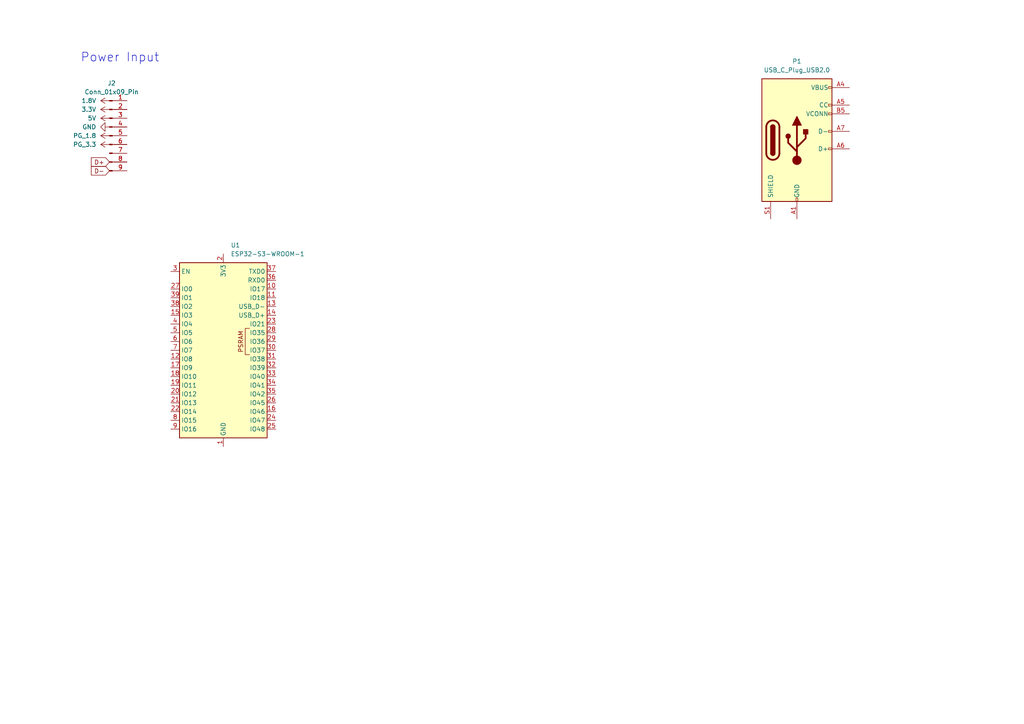
<source format=kicad_sch>
(kicad_sch (version 20250114) (generator "eeschema") (generator_version "9.0")
  (paper "A4")
  (lib_symbols
    (symbol "Connector:Conn_01x09_Pin" (pin_names (offset 1.016) (hide yes))
      (property "Reference" "J" (at 0 12.7 0))
      (property "Value" "Conn_01x09_Pin" (at 0 -12.7 0))
      (symbol "Conn_01x09_Pin_1_1"
        (rectangle (start 0.8636 10.287) (end 0 10.033) (stroke (width 0.1524)) (fill (type outline)))
        (rectangle (start 0.8636 7.747) (end 0 7.493) (stroke (width 0.1524)) (fill (type outline)))
        (rectangle (start 0.8636 5.207) (end 0 4.953) (stroke (width 0.1524)) (fill (type outline)))
        (rectangle (start 0.8636 2.667) (end 0 2.413) (stroke (width 0.1524)) (fill (type outline)))
        (rectangle (start 0.8636 0.127) (end 0 -0.127) (stroke (width 0.1524)) (fill (type outline)))
        (rectangle (start 0.8636 -2.413) (end 0 -2.667) (stroke (width 0.1524)) (fill (type outline)))
        (rectangle (start 0.8636 -4.953) (end 0 -5.207) (stroke (width 0.1524)) (fill (type outline)))
        (rectangle (start 0.8636 -7.493) (end 0 -7.747) (stroke (width 0.1524)) (fill (type outline)))
        (rectangle (start 0.8636 -10.033) (end 0 -10.287) (stroke (width 0.1524)) (fill (type outline)))
        (polyline (pts (xy 1.27 10.16) (xy 0.8636 10.16)) (stroke (width 0.1524)))
        (polyline (pts (xy 1.27 7.62) (xy 0.8636 7.62)) (stroke (width 0.1524)))
        (polyline (pts (xy 1.27 5.08) (xy 0.8636 5.08)) (stroke (width 0.1524)))
        (polyline (pts (xy 1.27 2.54) (xy 0.8636 2.54)) (stroke (width 0.1524)))
        (polyline (pts (xy 1.27 0) (xy 0.8636 0)) (stroke (width 0.1524)))
        (polyline (pts (xy 1.27 -2.54) (xy 0.8636 -2.54)) (stroke (width 0.1524)))
        (polyline (pts (xy 1.27 -5.08) (xy 0.8636 -5.08)) (stroke (width 0.1524)))
        (polyline (pts (xy 1.27 -7.62) (xy 0.8636 -7.62)) (stroke (width 0.1524)))
        (polyline (pts (xy 1.27 -10.16) (xy 0.8636 -10.16)) (stroke (width 0.1524)))
        (pin passive line (at 5.08 10.16 180) (length 3.81) (name "Pin_1") (number "1"))
        (pin passive line (at 5.08 7.62 180) (length 3.81) (name "Pin_2") (number "2"))
        (pin passive line (at 5.08 5.08 180) (length 3.81) (name "Pin_3") (number "3"))
        (pin passive line (at 5.08 2.54 180) (length 3.81) (name "Pin_4") (number "4"))
        (pin passive line (at 5.08 0 180) (length 3.81) (name "Pin_5") (number "5"))
        (pin passive line (at 5.08 -2.54 180) (length 3.81) (name "Pin_6") (number "6"))
        (pin passive line (at 5.08 -5.08 180) (length 3.81) (name "Pin_7") (number "7"))
        (pin passive line (at 5.08 -7.62 180) (length 3.81) (name "Pin_8") (number "8"))
        (pin passive line (at 5.08 -10.16 180) (length 3.81) (name "Pin_9") (number "9"))
      )
    )
    (symbol "Connector:USB_C_Plug_USB2.0" (pin_names (offset 1.016))
      (property "Reference" "P" (at -10.16 19.05 0))
      (property "Value" "USB_C_Plug_USB2.0" (at 12.7 19.05 0))
      (symbol "USB_C_Plug_USB2.0_0_0"
        (rectangle (start -0.254 -17.78) (end 0.254 -16.764))
        (rectangle (start 10.16 15.494) (end 9.144 14.986))
        (rectangle (start 10.16 10.414) (end 9.144 9.906))
        (rectangle (start 10.16 7.874) (end 9.144 7.366))
        (rectangle (start 10.16 2.794) (end 9.144 2.286))
        (rectangle (start 10.16 -2.286) (end 9.144 -2.794))
      )
      (symbol "USB_C_Plug_USB2.0_0_1"
        (rectangle (start -10.16 17.78) (end 10.16 -17.78) (stroke (width 0.254)) (fill (type background)))
        (polyline (pts (xy -8.89 -3.81) (xy -8.89 3.81)) (stroke (width 0.508)))
        (rectangle (start -7.62 -3.81) (end -6.35 3.81) (stroke (width 0.254)) (fill (type outline)))
        (arc (start -7.62 3.81) (mid -6.985 4.4423) (end -6.35 3.81) (stroke (width 0.254)))
        (arc (start -7.62 3.81) (mid -6.985 4.4423) (end -6.35 3.81) (stroke (width 0.254)) (fill (type outline)))
        (arc (start -8.89 3.81) (mid -6.985 5.7067) (end -5.08 3.81) (stroke (width 0.508)))
        (arc (start -5.08 -3.81) (mid -6.985 -5.7067) (end -8.89 -3.81) (stroke (width 0.508)))
        (arc (start -6.35 -3.81) (mid -6.985 -4.4423) (end -7.62 -3.81) (stroke (width 0.254)))
        (arc (start -6.35 -3.81) (mid -6.985 -4.4423) (end -7.62 -3.81) (stroke (width 0.254)) (fill (type outline)))
        (polyline (pts (xy -5.08 3.81) (xy -5.08 -3.81)) (stroke (width 0.508)))
        (circle (center -2.54 1.143) (radius 0.635) (stroke (width 0.254)) (fill (type outline)))
        (polyline (pts (xy -1.27 4.318) (xy 0 6.858) (xy 1.27 4.318) (xy -1.27 4.318)) (stroke (width 0.254)) (fill (type outline)))
        (polyline (pts (xy 0 -2.032) (xy 2.54 0.508) (xy 2.54 1.778)) (stroke (width 0.508)))
        (polyline (pts (xy 0 -3.302) (xy -2.54 -0.762) (xy -2.54 0.508)) (stroke (width 0.508)))
        (polyline (pts (xy 0 -5.842) (xy 0 4.318)) (stroke (width 0.508)))
        (circle (center 0 -5.842) (radius 1.27) (fill (type outline)))
        (rectangle (start 1.905 1.778) (end 3.175 3.048) (stroke (width 0.254)) (fill (type outline)))
      )
      (symbol "USB_C_Plug_USB2.0_1_1"
        (pin passive line (at -7.62 -22.86 90) (length 5.08) (name "SHIELD") (number "S1"))
        (pin passive line (at 0 -22.86 90) (length 5.08) (name "GND") (number "A1"))
        (pin passive line (at 0 -22.86 90) (length 5.08) (hide yes) (name "GND") (number "A12"))
        (pin passive line (at 0 -22.86 90) (length 5.08) (hide yes) (name "GND") (number "B1"))
        (pin passive line (at 0 -22.86 90) (length 5.08) (hide yes) (name "GND") (number "B12"))
        (pin passive line (at 15.24 15.24 180) (length 5.08) (name "VBUS") (number "A4"))
        (pin passive line (at 15.24 15.24 180) (length 5.08) (hide yes) (name "VBUS") (number "A9"))
        (pin passive line (at 15.24 15.24 180) (length 5.08) (hide yes) (name "VBUS") (number "B4"))
        (pin passive line (at 15.24 15.24 180) (length 5.08) (hide yes) (name "VBUS") (number "B9"))
        (pin bidirectional line (at 15.24 10.16 180) (length 5.08) (name "CC") (number "A5"))
        (pin bidirectional line (at 15.24 7.62 180) (length 5.08) (name "VCONN") (number "B5"))
        (pin bidirectional line (at 15.24 2.54 180) (length 5.08) (name "D-") (number "A7"))
        (pin bidirectional line (at 15.24 -2.54 180) (length 5.08) (name "D+") (number "A6"))
      )
    )
    (symbol "RF_Module:ESP32-S3-WROOM-1"
      (property "Reference" "U" (at -12.7 26.67 0))
      (property "Value" "ESP32-S3-WROOM-1" (at 12.7 26.67 0))
      (symbol "ESP32-S3-WROOM-1_0_0"
        (rectangle (start -12.7 25.4) (end 12.7 -25.4) (stroke (width 0.254)) (fill (type background)))
        (text "PSRAM" (at 5.08 2.54 900) (effects (font (size 1.27 1.27))))
      )
      (symbol "ESP32-S3-WROOM-1_0_1"
        (polyline (pts (xy 7.62 -1.27) (xy 6.35 -1.27) (xy 6.35 6.35) (xy 7.62 6.35)))
      )
      (symbol "ESP32-S3-WROOM-1_1_1"
        (pin input line (at -15.24 22.86 0) (length 2.54) (name "EN") (number "3"))
        (pin bidirectional line (at -15.24 17.78 0) (length 2.54) (name "IO0") (number "27"))
        (pin bidirectional line (at -15.24 15.24 0) (length 2.54) (name "IO1") (number "39"))
        (pin bidirectional line (at -15.24 12.7 0) (length 2.54) (name "IO2") (number "38"))
        (pin bidirectional line (at -15.24 10.16 0) (length 2.54) (name "IO3") (number "15"))
        (pin bidirectional line (at -15.24 7.62 0) (length 2.54) (name "IO4") (number "4"))
        (pin bidirectional line (at -15.24 5.08 0) (length 2.54) (name "IO5") (number "5"))
        (pin bidirectional line (at -15.24 2.54 0) (length 2.54) (name "IO6") (number "6"))
        (pin bidirectional line (at -15.24 0 0) (length 2.54) (name "IO7") (number "7"))
        (pin bidirectional line (at -15.24 -2.54 0) (length 2.54) (name "IO8") (number "12"))
        (pin bidirectional line (at -15.24 -5.08 0) (length 2.54) (name "IO9") (number "17"))
        (pin bidirectional line (at -15.24 -7.62 0) (length 2.54) (name "IO10") (number "18"))
        (pin bidirectional line (at -15.24 -10.16 0) (length 2.54) (name "IO11") (number "19"))
        (pin bidirectional line (at -15.24 -12.7 0) (length 2.54) (name "IO12") (number "20"))
        (pin bidirectional line (at -15.24 -15.24 0) (length 2.54) (name "IO13") (number "21"))
        (pin bidirectional line (at -15.24 -17.78 0) (length 2.54) (name "IO14") (number "22"))
        (pin bidirectional line (at -15.24 -20.32 0) (length 2.54) (name "IO15") (number "8"))
        (pin bidirectional line (at -15.24 -22.86 0) (length 2.54) (name "IO16") (number "9"))
        (pin power_in line (at 0 27.94 270) (length 2.54) (name "3V3") (number "2"))
        (pin power_in line (at 0 -27.94 90) (length 2.54) (name "GND") (number "1"))
        (pin passive line (at 0 -27.94 90) (length 2.54) (hide yes) (name "GND") (number "40"))
        (pin passive line (at 0 -27.94 90) (length 2.54) (hide yes) (name "GND") (number "41"))
        (pin bidirectional line (at 15.24 22.86 180) (length 2.54) (name "TXD0") (number "37"))
        (pin bidirectional line (at 15.24 20.32 180) (length 2.54) (name "RXD0") (number "36"))
        (pin bidirectional line (at 15.24 17.78 180) (length 2.54) (name "IO17") (number "10"))
        (pin bidirectional line (at 15.24 15.24 180) (length 2.54) (name "IO18") (number "11"))
        (pin bidirectional line (at 15.24 12.7 180) (length 2.54) (name "USB_D-") (number "13"))
        (pin bidirectional line (at 15.24 10.16 180) (length 2.54) (name "USB_D+") (number "14"))
        (pin bidirectional line (at 15.24 7.62 180) (length 2.54) (name "IO21") (number "23"))
        (pin bidirectional line (at 15.24 5.08 180) (length 2.54) (name "IO35") (number "28"))
        (pin bidirectional line (at 15.24 2.54 180) (length 2.54) (name "IO36") (number "29"))
        (pin bidirectional line (at 15.24 0 180) (length 2.54) (name "IO37") (number "30"))
        (pin bidirectional line (at 15.24 -2.54 180) (length 2.54) (name "IO38") (number "31"))
        (pin bidirectional line (at 15.24 -5.08 180) (length 2.54) (name "IO39") (number "32"))
        (pin bidirectional line (at 15.24 -7.62 180) (length 2.54) (name "IO40") (number "33"))
        (pin bidirectional line (at 15.24 -10.16 180) (length 2.54) (name "IO41") (number "34"))
        (pin bidirectional line (at 15.24 -12.7 180) (length 2.54) (name "IO42") (number "35"))
        (pin bidirectional line (at 15.24 -15.24 180) (length 2.54) (name "IO45") (number "26"))
        (pin bidirectional line (at 15.24 -17.78 180) (length 2.54) (name "IO46") (number "16"))
        (pin bidirectional line (at 15.24 -20.32 180) (length 2.54) (name "IO47") (number "24"))
        (pin bidirectional line (at 15.24 -22.86 180) (length 2.54) (name "IO48") (number "25"))
      )
    )
    (symbol "power:GND" (power) (pin_numbers (hide yes)) (pin_names (offset 0) (hide yes))
      (property "Value" "GND" (at 0 -3.81 0))
      (symbol "GND_0_1"
        (polyline (pts (xy 0 0) (xy 0 -1.27) (xy 1.27 -1.27) (xy 0 -2.54) (xy -1.27 -1.27) (xy 0 -1.27)))
      )
      (symbol "GND_1_1"
        (pin power_in line (at 0 0 270) (length 0) (name "~") (number "1"))
      )
    )
    (symbol "power:VBUS" (power) (pin_numbers (hide yes)) (pin_names (offset 0) (hide yes))
      (property "Value" "VBUS" (at 0 3.556 0))
      (symbol "VBUS_0_1"
        (polyline (pts (xy -0.762 1.27) (xy 0 2.54)))
        (polyline (pts (xy 0 2.54) (xy 0.762 1.27)))
        (polyline (pts (xy 0 0) (xy 0 2.54)))
      )
      (symbol "VBUS_1_1"
        (pin power_in line (at 0 0 90) (length 0) (name "~") (number "1"))
      )
    )
  )
  (text "Power Input" (at 34.798 16.764 0) (effects (font (size 2.54 2.54))))
  (global_label "D-" (shape input) (at 31.75 49.53 180) (property "Intersheetrefs" "${INTERSHEET_REFS}" (effects (hide yes))))
  (global_label "D+" (shape input) (at 31.75 46.99 180) (property "Intersheetrefs" "${INTERSHEET_REFS}" (effects (hide yes))))
  (symbol (lib_id "Connector:USB_C_Plug_USB2.0") (at 231.14 40.64 0) (unit 1)
    (property "Reference" "P1" (at 231.14 17.78 0))
    (property "Value" "USB_C_Plug_USB2.0" (at 231.14 20.32 0))
    (property "Datasheet" "https://www.usb.org/sites/default/files/documents/usb_type-c.zip" (effects (hide yes)))
    (property "Description" "USB 2.0-only Type-C Plug connector" (effects (hide yes)))
  )
  (symbol (lib_id "Connector:Conn_01x09_Pin") (at 31.75 39.37 0) (unit 1)
    (property "Reference" "J2" (at 32.385 24.13 0))
    (property "Value" "Conn_01x09_Pin" (at 32.385 26.67 0))
    (property "Description" "Generic connector, single row, 01x09, script generated" (effects (hide yes)))
  )
  (symbol (lib_id "power:GND") (at 31.75 36.83 270) (unit 1)
    (property "Reference" "#PWR027" (effects (hide yes)))
    (property "Value" "GND" (at 27.94 36.8299 90) (effects (justify right)))
    (property "Description" "Power symbol creates a global label with name \"GND\" , ground" (effects (hide yes)))
  )
  (symbol (lib_id "power:VBUS") (at 31.75 29.21 90) (unit 1)
    (property "Reference" "#PWR024" (effects (hide yes)))
    (property "Value" "1.8V" (at 27.94 29.2099 90) (effects (justify left)))
    (property "Description" "Power symbol creates a global label with name \"VBUS\"" (effects (hide yes)))
  )
  (symbol (lib_id "power:VBUS") (at 31.75 31.75 90) (unit 1)
    (property "Reference" "#PWR025" (effects (hide yes)))
    (property "Value" "3.3V" (at 27.94 31.7499 90) (effects (justify left)))
    (property "Description" "Power symbol creates a global label with name \"VBUS\"" (effects (hide yes)))
  )
  (symbol (lib_id "RF_Module:ESP32-S3-WROOM-1") (at 64.77 101.6 0) (unit 1)
    (property "Reference" "U1" (at 66.9133 71.12 0) (effects (justify left)))
    (property "Value" "ESP32-S3-WROOM-1" (at 66.9133 73.66 0) (effects (justify left)))
    (property "Footprint" "RF_Module:ESP32-S3-WROOM-1" (effects (hide yes)))
    (property "Datasheet" "https://www.espressif.com/sites/default/files/documentation/esp32-s3-wroom-1_wroom-1u_datasheet_en.pdf" (effects (hide yes)))
    (property "Description" "RF Module, ESP32-S3 SoC, Wi-Fi 802.11b/g/n, Bluetooth, BLE, 32-bit, 3.3V, onboard antenna, SMD" (effects (hide yes)))
  )
  (symbol (lib_id "power:VBUS") (at 31.75 34.29 90) (unit 1)
    (property "Reference" "#PWR026" (effects (hide yes)))
    (property "Value" "5V" (at 27.94 34.2899 90) (effects (justify left)))
    (property "Description" "Power symbol creates a global label with name \"VBUS\"" (effects (hide yes)))
  )
  (symbol (lib_id "power:VBUS") (at 31.75 39.37 90) (unit 1)
    (property "Reference" "#PWR028" (effects (hide yes)))
    (property "Value" "PG_1.8" (at 27.94 39.3699 90) (effects (justify left)))
    (property "Description" "Power symbol creates a global label with name \"VBUS\"" (effects (hide yes)))
  )
  (symbol (lib_id "power:VBUS") (at 31.75 41.91 90) (unit 1)
    (property "Reference" "#PWR029" (effects (hide yes)))
    (property "Value" "PG_3.3" (at 27.94 41.9099 90) (effects (justify left)))
    (property "Description" "Power symbol creates a global label with name \"VBUS\"" (effects (hide yes)))
  )
)
</source>
